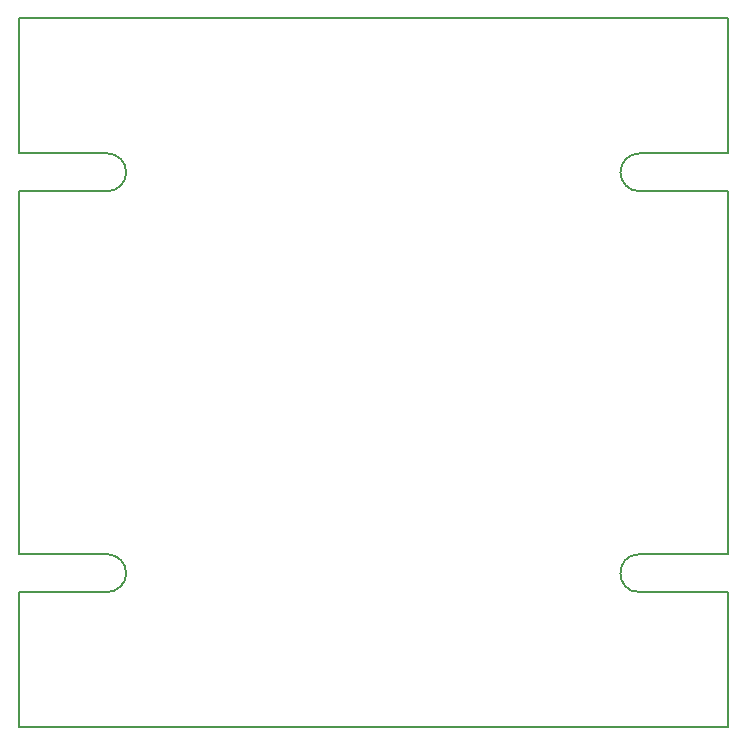
<source format=gbr>
%TF.GenerationSoftware,KiCad,Pcbnew,9.0.6*%
%TF.CreationDate,2026-02-27T09:44:12+00:00*%
%TF.ProjectId,KicadProject,4b696361-6450-4726-9f6a-6563742e6b69,rev?*%
%TF.SameCoordinates,Original*%
%TF.FileFunction,Profile,NP*%
%FSLAX46Y46*%
G04 Gerber Fmt 4.6, Leading zero omitted, Abs format (unit mm)*
G04 Created by KiCad (PCBNEW 9.0.6) date 2026-02-27 09:44:12*
%MOMM*%
%LPD*%
G01*
G04 APERTURE LIST*
%TA.AperFunction,Profile*%
%ADD10C,0.200000*%
%TD*%
G04 APERTURE END LIST*
D10*
X167718010Y-77766146D02*
G75*
G02*
X167714011Y-80966049I-10J-1599954D01*
G01*
X160240330Y-114907272D02*
X160240330Y-126336709D01*
X220240330Y-80966146D02*
X212762651Y-80966146D01*
X220240330Y-77766146D02*
X220240330Y-66336709D01*
X212762651Y-114907272D02*
G75*
G02*
X212762651Y-111707328I49J1599972D01*
G01*
X212762651Y-111707272D02*
X220240330Y-111707272D01*
X160240330Y-111707272D02*
X167718010Y-111707272D01*
X180440330Y-66336709D02*
X200040330Y-66336709D01*
X160240330Y-80966146D02*
X160240330Y-111707272D01*
X220240330Y-126336709D02*
X220240330Y-114907272D01*
X180440330Y-66336709D02*
X160240330Y-66336709D01*
X167714011Y-80966146D02*
X160240330Y-80966146D01*
X212762651Y-80966146D02*
G75*
G02*
X212762651Y-77766054I-51J1600046D01*
G01*
X167718010Y-111707272D02*
G75*
G02*
X167718009Y-114907328I90J-1600028D01*
G01*
X212762651Y-77766146D02*
X220240330Y-77766146D01*
X220240330Y-66336709D02*
X200040330Y-66336709D01*
X160240330Y-66336709D02*
X160240330Y-77766146D01*
X220240330Y-111707272D02*
X220240330Y-80966146D01*
X160240330Y-77766146D02*
X167718010Y-77766146D01*
X167718009Y-114907272D02*
X160240330Y-114907272D01*
X160240330Y-126336709D02*
X220240330Y-126336709D01*
X220240330Y-114907272D02*
X212762651Y-114907272D01*
M02*

</source>
